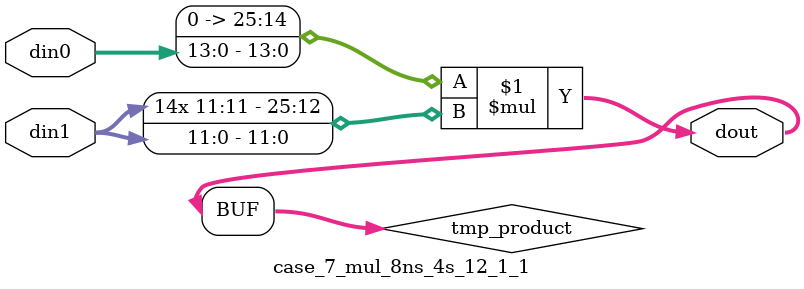
<source format=v>

`timescale 1 ns / 1 ps

 (* use_dsp = "no" *)  module case_7_mul_8ns_4s_12_1_1(din0, din1, dout);
parameter ID = 1;
parameter NUM_STAGE = 0;
parameter din0_WIDTH = 14;
parameter din1_WIDTH = 12;
parameter dout_WIDTH = 26;

input [din0_WIDTH - 1 : 0] din0; 
input [din1_WIDTH - 1 : 0] din1; 
output [dout_WIDTH - 1 : 0] dout;

wire signed [dout_WIDTH - 1 : 0] tmp_product;

























assign tmp_product = $signed({1'b0, din0}) * $signed(din1);










assign dout = tmp_product;





















endmodule

</source>
